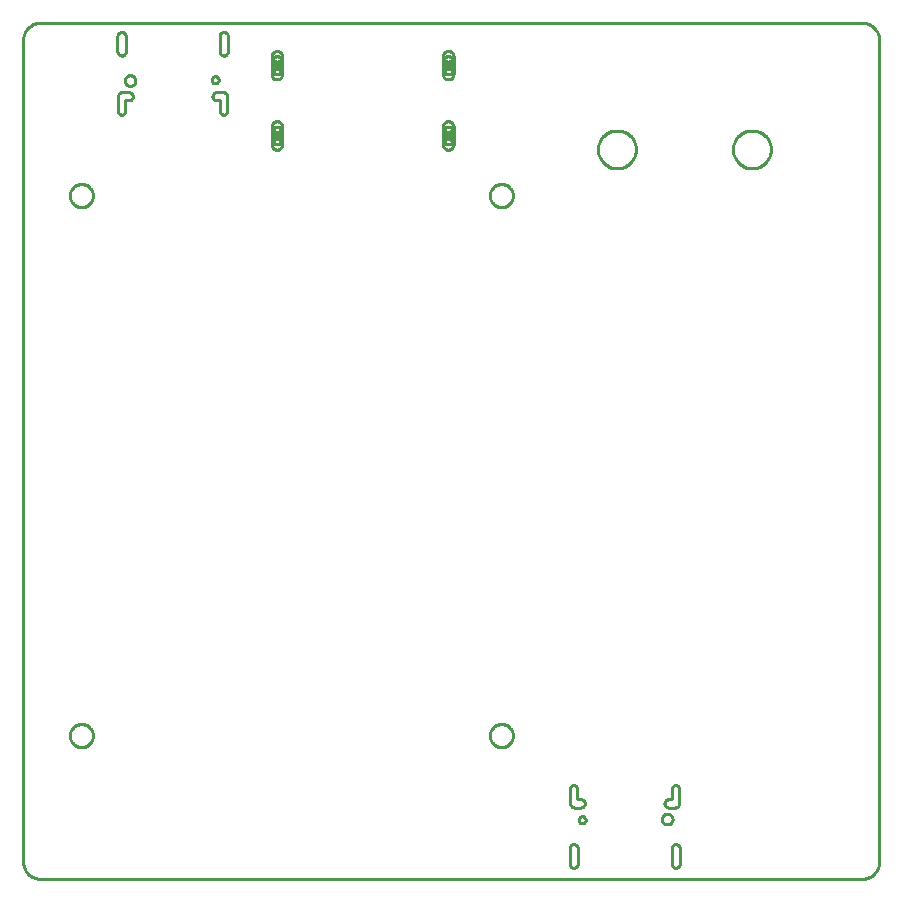
<source format=gbr>
G04 EAGLE Gerber RS-274X export*
G75*
%MOMM*%
%FSLAX34Y34*%
%LPD*%
%IN*%
%IPPOS*%
%AMOC8*
5,1,8,0,0,1.08239X$1,22.5*%
G01*
%ADD10C,0.254000*%


D10*
X0Y15000D02*
X57Y13693D01*
X228Y12395D01*
X511Y11118D01*
X905Y9870D01*
X1405Y8661D01*
X2010Y7500D01*
X2713Y6396D01*
X3509Y5358D01*
X4393Y4393D01*
X5358Y3509D01*
X6396Y2713D01*
X7500Y2010D01*
X8661Y1405D01*
X9870Y905D01*
X11118Y511D01*
X12395Y228D01*
X13693Y57D01*
X15000Y0D01*
X710000Y0D01*
X711307Y57D01*
X712605Y228D01*
X713882Y511D01*
X715130Y905D01*
X716339Y1405D01*
X717500Y2010D01*
X718604Y2713D01*
X719642Y3509D01*
X720607Y4393D01*
X721491Y5358D01*
X722287Y6396D01*
X722990Y7500D01*
X723595Y8661D01*
X724095Y9870D01*
X724489Y11118D01*
X724772Y12395D01*
X724943Y13693D01*
X725000Y15000D01*
X725000Y710000D01*
X724943Y711307D01*
X724772Y712605D01*
X724489Y713882D01*
X724095Y715130D01*
X723595Y716339D01*
X722990Y717500D01*
X722287Y718604D01*
X721491Y719642D01*
X720607Y720607D01*
X719642Y721491D01*
X718604Y722287D01*
X717500Y722990D01*
X716339Y723595D01*
X715130Y724095D01*
X713882Y724489D01*
X712605Y724772D01*
X711307Y724943D01*
X710000Y725000D01*
X15000Y725000D01*
X13693Y724943D01*
X12395Y724772D01*
X11118Y724489D01*
X9870Y724095D01*
X8661Y723595D01*
X7500Y722990D01*
X6396Y722287D01*
X5358Y721491D01*
X4393Y720607D01*
X3509Y719642D01*
X2713Y718604D01*
X2010Y717500D01*
X1405Y716339D01*
X905Y715130D01*
X511Y713882D01*
X228Y712605D01*
X57Y711307D01*
X0Y710000D01*
X0Y15000D01*
X463230Y64020D02*
X463243Y63715D01*
X463283Y63412D01*
X463349Y63114D01*
X463441Y62823D01*
X463558Y62541D01*
X463699Y62270D01*
X463863Y62012D01*
X464049Y61770D01*
X464255Y61545D01*
X464480Y61339D01*
X464722Y61153D01*
X464980Y60989D01*
X465251Y60848D01*
X465533Y60731D01*
X465824Y60639D01*
X466122Y60573D01*
X466425Y60533D01*
X466730Y60520D01*
X472230Y60520D01*
X472535Y60533D01*
X472838Y60573D01*
X473136Y60639D01*
X473427Y60731D01*
X473709Y60848D01*
X473980Y60989D01*
X474238Y61153D01*
X474480Y61339D01*
X474705Y61545D01*
X474911Y61770D01*
X475097Y62012D01*
X475261Y62270D01*
X475402Y62541D01*
X475519Y62823D01*
X475611Y63114D01*
X475677Y63412D01*
X475717Y63715D01*
X475730Y64020D01*
X475717Y64325D01*
X475677Y64628D01*
X475611Y64926D01*
X475519Y65217D01*
X475402Y65499D01*
X475261Y65770D01*
X475097Y66028D01*
X474911Y66270D01*
X474705Y66495D01*
X474480Y66701D01*
X474238Y66887D01*
X473980Y67051D01*
X473709Y67192D01*
X473427Y67309D01*
X473136Y67401D01*
X472838Y67467D01*
X472535Y67507D01*
X472230Y67520D01*
X469230Y67520D01*
X469230Y76520D01*
X469219Y76781D01*
X469184Y77041D01*
X469128Y77296D01*
X469049Y77546D01*
X468949Y77788D01*
X468828Y78020D01*
X468687Y78241D01*
X468528Y78448D01*
X468351Y78641D01*
X468158Y78818D01*
X467951Y78977D01*
X467730Y79118D01*
X467498Y79239D01*
X467256Y79339D01*
X467006Y79418D01*
X466751Y79474D01*
X466491Y79509D01*
X466230Y79520D01*
X465969Y79509D01*
X465709Y79474D01*
X465454Y79418D01*
X465204Y79339D01*
X464962Y79239D01*
X464730Y79118D01*
X464509Y78977D01*
X464302Y78818D01*
X464109Y78641D01*
X463932Y78448D01*
X463773Y78241D01*
X463632Y78020D01*
X463511Y77788D01*
X463411Y77546D01*
X463332Y77296D01*
X463276Y77041D01*
X463241Y76781D01*
X463230Y76520D01*
X463230Y64020D01*
X462730Y13020D02*
X462743Y12715D01*
X462783Y12412D01*
X462849Y12114D01*
X462941Y11823D01*
X463058Y11541D01*
X463199Y11270D01*
X463363Y11012D01*
X463549Y10770D01*
X463755Y10545D01*
X463980Y10339D01*
X464222Y10153D01*
X464480Y9989D01*
X464751Y9848D01*
X465033Y9731D01*
X465324Y9639D01*
X465622Y9573D01*
X465925Y9533D01*
X466230Y9520D01*
X466535Y9533D01*
X466838Y9573D01*
X467136Y9639D01*
X467427Y9731D01*
X467709Y9848D01*
X467980Y9989D01*
X468238Y10153D01*
X468480Y10339D01*
X468705Y10545D01*
X468911Y10770D01*
X469097Y11012D01*
X469261Y11270D01*
X469402Y11541D01*
X469519Y11823D01*
X469611Y12114D01*
X469677Y12412D01*
X469717Y12715D01*
X469730Y13020D01*
X469730Y26020D01*
X469717Y26325D01*
X469677Y26628D01*
X469611Y26926D01*
X469519Y27217D01*
X469402Y27499D01*
X469261Y27770D01*
X469097Y28028D01*
X468911Y28270D01*
X468705Y28495D01*
X468480Y28701D01*
X468238Y28887D01*
X467980Y29051D01*
X467709Y29192D01*
X467427Y29309D01*
X467136Y29401D01*
X466838Y29467D01*
X466535Y29507D01*
X466230Y29520D01*
X465925Y29507D01*
X465622Y29467D01*
X465324Y29401D01*
X465033Y29309D01*
X464751Y29192D01*
X464480Y29051D01*
X464222Y28887D01*
X463980Y28701D01*
X463755Y28495D01*
X463549Y28270D01*
X463363Y28028D01*
X463199Y27770D01*
X463058Y27499D01*
X462941Y27217D01*
X462849Y26926D01*
X462783Y26628D01*
X462743Y26325D01*
X462730Y26020D01*
X462730Y13020D01*
X549130Y13020D02*
X549143Y12715D01*
X549183Y12412D01*
X549249Y12114D01*
X549341Y11823D01*
X549458Y11541D01*
X549599Y11270D01*
X549763Y11012D01*
X549949Y10770D01*
X550155Y10545D01*
X550380Y10339D01*
X550622Y10153D01*
X550880Y9989D01*
X551151Y9848D01*
X551433Y9731D01*
X551724Y9639D01*
X552022Y9573D01*
X552325Y9533D01*
X552630Y9520D01*
X552935Y9533D01*
X553238Y9573D01*
X553536Y9639D01*
X553827Y9731D01*
X554109Y9848D01*
X554380Y9989D01*
X554638Y10153D01*
X554880Y10339D01*
X555105Y10545D01*
X555311Y10770D01*
X555497Y11012D01*
X555661Y11270D01*
X555802Y11541D01*
X555919Y11823D01*
X556011Y12114D01*
X556077Y12412D01*
X556117Y12715D01*
X556130Y13020D01*
X556130Y26020D01*
X556117Y26325D01*
X556077Y26628D01*
X556011Y26926D01*
X555919Y27217D01*
X555802Y27499D01*
X555661Y27770D01*
X555497Y28028D01*
X555311Y28270D01*
X555105Y28495D01*
X554880Y28701D01*
X554638Y28887D01*
X554380Y29051D01*
X554109Y29192D01*
X553827Y29309D01*
X553536Y29401D01*
X553238Y29467D01*
X552935Y29507D01*
X552630Y29520D01*
X552325Y29507D01*
X552022Y29467D01*
X551724Y29401D01*
X551433Y29309D01*
X551151Y29192D01*
X550880Y29051D01*
X550622Y28887D01*
X550380Y28701D01*
X550155Y28495D01*
X549949Y28270D01*
X549763Y28028D01*
X549599Y27770D01*
X549458Y27499D01*
X549341Y27217D01*
X549249Y26926D01*
X549183Y26628D01*
X549143Y26325D01*
X549130Y26020D01*
X549130Y13020D01*
X543130Y64020D02*
X543143Y63715D01*
X543183Y63412D01*
X543249Y63114D01*
X543341Y62823D01*
X543458Y62541D01*
X543599Y62270D01*
X543763Y62012D01*
X543949Y61770D01*
X544155Y61545D01*
X544380Y61339D01*
X544622Y61153D01*
X544880Y60989D01*
X545151Y60848D01*
X545433Y60731D01*
X545724Y60639D01*
X546022Y60573D01*
X546325Y60533D01*
X546630Y60520D01*
X552130Y60520D01*
X552435Y60533D01*
X552738Y60573D01*
X553036Y60639D01*
X553327Y60731D01*
X553609Y60848D01*
X553880Y60989D01*
X554138Y61153D01*
X554380Y61339D01*
X554605Y61545D01*
X554811Y61770D01*
X554997Y62012D01*
X555161Y62270D01*
X555302Y62541D01*
X555419Y62823D01*
X555511Y63114D01*
X555577Y63412D01*
X555617Y63715D01*
X555630Y64020D01*
X555630Y76520D01*
X555619Y76781D01*
X555584Y77041D01*
X555528Y77296D01*
X555449Y77546D01*
X555349Y77788D01*
X555228Y78020D01*
X555087Y78241D01*
X554928Y78448D01*
X554751Y78641D01*
X554558Y78818D01*
X554351Y78977D01*
X554130Y79118D01*
X553898Y79239D01*
X553656Y79339D01*
X553406Y79418D01*
X553151Y79474D01*
X552891Y79509D01*
X552630Y79520D01*
X552369Y79509D01*
X552109Y79474D01*
X551854Y79418D01*
X551604Y79339D01*
X551362Y79239D01*
X551130Y79118D01*
X550909Y78977D01*
X550702Y78818D01*
X550509Y78641D01*
X550332Y78448D01*
X550173Y78241D01*
X550032Y78020D01*
X549911Y77788D01*
X549811Y77546D01*
X549732Y77296D01*
X549676Y77041D01*
X549641Y76781D01*
X549630Y76520D01*
X549630Y67520D01*
X546630Y67520D01*
X546325Y67507D01*
X546022Y67467D01*
X545724Y67401D01*
X545433Y67309D01*
X545151Y67192D01*
X544880Y67051D01*
X544622Y66887D01*
X544380Y66701D01*
X544155Y66495D01*
X543949Y66270D01*
X543763Y66028D01*
X543599Y65770D01*
X543458Y65499D01*
X543341Y65217D01*
X543249Y64926D01*
X543183Y64628D01*
X543143Y64325D01*
X543130Y64020D01*
X355500Y621996D02*
X355513Y621608D01*
X355559Y621223D01*
X355639Y620843D01*
X355751Y620471D01*
X355896Y620111D01*
X356071Y619764D01*
X356276Y619435D01*
X356509Y619124D01*
X356768Y618835D01*
X357051Y618569D01*
X357357Y618329D01*
X357682Y618117D01*
X358024Y617934D01*
X358381Y617781D01*
X358750Y617661D01*
X359128Y617572D01*
X359512Y617517D01*
X359900Y617496D01*
X360297Y617509D01*
X360691Y617556D01*
X361079Y617638D01*
X361459Y617753D01*
X361828Y617901D01*
X362182Y618081D01*
X362519Y618290D01*
X362836Y618528D01*
X363132Y618793D01*
X363403Y619083D01*
X363648Y619395D01*
X363865Y619728D01*
X364053Y620078D01*
X364209Y620443D01*
X364332Y620820D01*
X364422Y621207D01*
X364478Y621600D01*
X364500Y621996D01*
X364500Y636496D01*
X364522Y636894D01*
X364509Y637293D01*
X364461Y637689D01*
X364380Y638079D01*
X364264Y638461D01*
X364115Y638831D01*
X363935Y639187D01*
X363725Y639526D01*
X363486Y639845D01*
X363219Y640142D01*
X362928Y640415D01*
X362615Y640661D01*
X362281Y640880D01*
X361929Y641068D01*
X361562Y641225D01*
X361183Y641349D01*
X360795Y641439D01*
X360400Y641496D01*
X360010Y641518D01*
X359620Y641507D01*
X359233Y641461D01*
X358851Y641382D01*
X358477Y641269D01*
X358115Y641125D01*
X357766Y640949D01*
X357434Y640744D01*
X357122Y640511D01*
X356830Y640251D01*
X356563Y639967D01*
X356321Y639661D01*
X356107Y639335D01*
X355922Y638991D01*
X355768Y638632D01*
X355646Y638262D01*
X355556Y637882D01*
X355500Y637496D01*
X355500Y621996D01*
X210500Y681496D02*
X210513Y681108D01*
X210559Y680723D01*
X210639Y680343D01*
X210751Y679971D01*
X210896Y679611D01*
X211071Y679264D01*
X211276Y678935D01*
X211509Y678624D01*
X211768Y678335D01*
X212051Y678069D01*
X212357Y677829D01*
X212682Y677617D01*
X213024Y677434D01*
X213381Y677281D01*
X213750Y677161D01*
X214128Y677072D01*
X214512Y677017D01*
X214900Y676996D01*
X215297Y677009D01*
X215691Y677056D01*
X216079Y677138D01*
X216459Y677253D01*
X216828Y677401D01*
X217182Y677581D01*
X217519Y677790D01*
X217836Y678028D01*
X218132Y678293D01*
X218403Y678583D01*
X218648Y678895D01*
X218865Y679228D01*
X219053Y679578D01*
X219209Y679943D01*
X219332Y680320D01*
X219422Y680707D01*
X219478Y681100D01*
X219500Y681496D01*
X219500Y695996D01*
X219522Y696394D01*
X219509Y696793D01*
X219461Y697189D01*
X219380Y697579D01*
X219264Y697961D01*
X219115Y698331D01*
X218935Y698687D01*
X218725Y699026D01*
X218486Y699345D01*
X218219Y699642D01*
X217928Y699915D01*
X217615Y700161D01*
X217281Y700380D01*
X216929Y700568D01*
X216562Y700725D01*
X216183Y700849D01*
X215795Y700939D01*
X215400Y700996D01*
X215010Y701018D01*
X214620Y701007D01*
X214233Y700961D01*
X213851Y700882D01*
X213477Y700769D01*
X213115Y700625D01*
X212766Y700449D01*
X212434Y700244D01*
X212122Y700011D01*
X211830Y699751D01*
X211563Y699467D01*
X211321Y699161D01*
X211107Y698835D01*
X210922Y698491D01*
X210768Y698132D01*
X210646Y697762D01*
X210556Y697382D01*
X210500Y696996D01*
X210500Y681496D01*
X80000Y700650D02*
X80013Y700345D01*
X80053Y700042D01*
X80119Y699744D01*
X80211Y699453D01*
X80328Y699171D01*
X80469Y698900D01*
X80633Y698642D01*
X80819Y698400D01*
X81025Y698175D01*
X81250Y697969D01*
X81492Y697783D01*
X81750Y697619D01*
X82021Y697478D01*
X82303Y697361D01*
X82594Y697269D01*
X82892Y697203D01*
X83195Y697163D01*
X83500Y697150D01*
X83805Y697163D01*
X84108Y697203D01*
X84406Y697269D01*
X84697Y697361D01*
X84979Y697478D01*
X85250Y697619D01*
X85508Y697783D01*
X85750Y697969D01*
X85975Y698175D01*
X86181Y698400D01*
X86367Y698642D01*
X86531Y698900D01*
X86672Y699171D01*
X86789Y699453D01*
X86881Y699744D01*
X86947Y700042D01*
X86987Y700345D01*
X87000Y700650D01*
X87000Y713650D01*
X86987Y713955D01*
X86947Y714258D01*
X86881Y714556D01*
X86789Y714847D01*
X86672Y715129D01*
X86531Y715400D01*
X86367Y715658D01*
X86181Y715900D01*
X85975Y716125D01*
X85750Y716331D01*
X85508Y716517D01*
X85250Y716681D01*
X84979Y716822D01*
X84697Y716939D01*
X84406Y717031D01*
X84108Y717097D01*
X83805Y717137D01*
X83500Y717150D01*
X83195Y717137D01*
X82892Y717097D01*
X82594Y717031D01*
X82303Y716939D01*
X82021Y716822D01*
X81750Y716681D01*
X81492Y716517D01*
X81250Y716331D01*
X81025Y716125D01*
X80819Y715900D01*
X80633Y715658D01*
X80469Y715400D01*
X80328Y715129D01*
X80211Y714847D01*
X80119Y714556D01*
X80053Y714258D01*
X80013Y713955D01*
X80000Y713650D01*
X80000Y700650D01*
X166400Y700650D02*
X166413Y700345D01*
X166453Y700042D01*
X166519Y699744D01*
X166611Y699453D01*
X166728Y699171D01*
X166869Y698900D01*
X167033Y698642D01*
X167219Y698400D01*
X167425Y698175D01*
X167650Y697969D01*
X167892Y697783D01*
X168150Y697619D01*
X168421Y697478D01*
X168703Y697361D01*
X168994Y697269D01*
X169292Y697203D01*
X169595Y697163D01*
X169900Y697150D01*
X170205Y697163D01*
X170508Y697203D01*
X170806Y697269D01*
X171097Y697361D01*
X171379Y697478D01*
X171650Y697619D01*
X171908Y697783D01*
X172150Y697969D01*
X172375Y698175D01*
X172581Y698400D01*
X172767Y698642D01*
X172931Y698900D01*
X173072Y699171D01*
X173189Y699453D01*
X173281Y699744D01*
X173347Y700042D01*
X173387Y700345D01*
X173400Y700650D01*
X173400Y713650D01*
X173387Y713955D01*
X173347Y714258D01*
X173281Y714556D01*
X173189Y714847D01*
X173072Y715129D01*
X172931Y715400D01*
X172767Y715658D01*
X172581Y715900D01*
X172375Y716125D01*
X172150Y716331D01*
X171908Y716517D01*
X171650Y716681D01*
X171379Y716822D01*
X171097Y716939D01*
X170806Y717031D01*
X170508Y717097D01*
X170205Y717137D01*
X169900Y717150D01*
X169595Y717137D01*
X169292Y717097D01*
X168994Y717031D01*
X168703Y716939D01*
X168421Y716822D01*
X168150Y716681D01*
X167892Y716517D01*
X167650Y716331D01*
X167425Y716125D01*
X167219Y715900D01*
X167033Y715658D01*
X166869Y715400D01*
X166728Y715129D01*
X166611Y714847D01*
X166519Y714556D01*
X166453Y714258D01*
X166413Y713955D01*
X166400Y713650D01*
X166400Y700650D01*
X160400Y662650D02*
X160413Y662345D01*
X160453Y662042D01*
X160519Y661744D01*
X160611Y661453D01*
X160728Y661171D01*
X160869Y660900D01*
X161033Y660642D01*
X161219Y660400D01*
X161425Y660175D01*
X161650Y659969D01*
X161892Y659783D01*
X162150Y659619D01*
X162421Y659478D01*
X162703Y659361D01*
X162994Y659269D01*
X163292Y659203D01*
X163595Y659163D01*
X163900Y659150D01*
X166900Y659150D01*
X166900Y650150D01*
X166911Y649889D01*
X166946Y649629D01*
X167002Y649374D01*
X167081Y649124D01*
X167181Y648882D01*
X167302Y648650D01*
X167443Y648429D01*
X167602Y648222D01*
X167779Y648029D01*
X167972Y647852D01*
X168179Y647693D01*
X168400Y647552D01*
X168632Y647431D01*
X168874Y647331D01*
X169124Y647252D01*
X169379Y647196D01*
X169639Y647161D01*
X169900Y647150D01*
X170161Y647161D01*
X170421Y647196D01*
X170676Y647252D01*
X170926Y647331D01*
X171168Y647431D01*
X171400Y647552D01*
X171621Y647693D01*
X171828Y647852D01*
X172021Y648029D01*
X172198Y648222D01*
X172357Y648429D01*
X172498Y648650D01*
X172619Y648882D01*
X172719Y649124D01*
X172798Y649374D01*
X172854Y649629D01*
X172889Y649889D01*
X172900Y650150D01*
X172900Y662650D01*
X172887Y662955D01*
X172847Y663258D01*
X172781Y663556D01*
X172689Y663847D01*
X172572Y664129D01*
X172431Y664400D01*
X172267Y664658D01*
X172081Y664900D01*
X171875Y665125D01*
X171650Y665331D01*
X171408Y665517D01*
X171150Y665681D01*
X170879Y665822D01*
X170597Y665939D01*
X170306Y666031D01*
X170008Y666097D01*
X169705Y666137D01*
X169400Y666150D01*
X163900Y666150D01*
X163595Y666137D01*
X163292Y666097D01*
X162994Y666031D01*
X162703Y665939D01*
X162421Y665822D01*
X162150Y665681D01*
X161892Y665517D01*
X161650Y665331D01*
X161425Y665125D01*
X161219Y664900D01*
X161033Y664658D01*
X160869Y664400D01*
X160728Y664129D01*
X160611Y663847D01*
X160519Y663556D01*
X160453Y663258D01*
X160413Y662955D01*
X160400Y662650D01*
X80500Y650150D02*
X80511Y649889D01*
X80546Y649629D01*
X80602Y649374D01*
X80681Y649124D01*
X80781Y648882D01*
X80902Y648650D01*
X81043Y648429D01*
X81202Y648222D01*
X81379Y648029D01*
X81572Y647852D01*
X81779Y647693D01*
X82000Y647552D01*
X82232Y647431D01*
X82474Y647331D01*
X82724Y647252D01*
X82979Y647196D01*
X83239Y647161D01*
X83500Y647150D01*
X83761Y647161D01*
X84021Y647196D01*
X84276Y647252D01*
X84526Y647331D01*
X84768Y647431D01*
X85000Y647552D01*
X85221Y647693D01*
X85428Y647852D01*
X85621Y648029D01*
X85798Y648222D01*
X85957Y648429D01*
X86098Y648650D01*
X86219Y648882D01*
X86319Y649124D01*
X86398Y649374D01*
X86454Y649629D01*
X86489Y649889D01*
X86500Y650150D01*
X86500Y659150D01*
X89500Y659150D01*
X89805Y659163D01*
X90108Y659203D01*
X90406Y659269D01*
X90697Y659361D01*
X90979Y659478D01*
X91250Y659619D01*
X91508Y659783D01*
X91750Y659969D01*
X91975Y660175D01*
X92181Y660400D01*
X92367Y660642D01*
X92531Y660900D01*
X92672Y661171D01*
X92789Y661453D01*
X92881Y661744D01*
X92947Y662042D01*
X92987Y662345D01*
X93000Y662650D01*
X92987Y662955D01*
X92947Y663258D01*
X92881Y663556D01*
X92789Y663847D01*
X92672Y664129D01*
X92531Y664400D01*
X92367Y664658D01*
X92181Y664900D01*
X91975Y665125D01*
X91750Y665331D01*
X91508Y665517D01*
X91250Y665681D01*
X90979Y665822D01*
X90697Y665939D01*
X90406Y666031D01*
X90108Y666097D01*
X89805Y666137D01*
X89500Y666150D01*
X84000Y666150D01*
X83695Y666137D01*
X83392Y666097D01*
X83094Y666031D01*
X82803Y665939D01*
X82521Y665822D01*
X82250Y665681D01*
X81992Y665517D01*
X81750Y665331D01*
X81525Y665125D01*
X81319Y664900D01*
X81133Y664658D01*
X80969Y664400D01*
X80828Y664129D01*
X80711Y663847D01*
X80619Y663556D01*
X80553Y663258D01*
X80513Y662955D01*
X80500Y662650D01*
X80500Y650150D01*
X210500Y621996D02*
X210513Y621608D01*
X210559Y621223D01*
X210639Y620843D01*
X210751Y620471D01*
X210896Y620111D01*
X211071Y619764D01*
X211276Y619435D01*
X211509Y619124D01*
X211768Y618835D01*
X212051Y618569D01*
X212357Y618329D01*
X212682Y618117D01*
X213024Y617934D01*
X213381Y617781D01*
X213750Y617661D01*
X214128Y617572D01*
X214512Y617517D01*
X214900Y617496D01*
X215297Y617509D01*
X215691Y617556D01*
X216079Y617638D01*
X216459Y617753D01*
X216828Y617901D01*
X217182Y618081D01*
X217519Y618290D01*
X217836Y618528D01*
X218132Y618793D01*
X218403Y619083D01*
X218648Y619395D01*
X218865Y619728D01*
X219053Y620078D01*
X219209Y620443D01*
X219332Y620820D01*
X219422Y621207D01*
X219478Y621600D01*
X219500Y621996D01*
X219500Y636496D01*
X219522Y636894D01*
X219509Y637293D01*
X219461Y637689D01*
X219380Y638079D01*
X219264Y638461D01*
X219115Y638831D01*
X218935Y639187D01*
X218725Y639526D01*
X218486Y639845D01*
X218219Y640142D01*
X217928Y640415D01*
X217615Y640661D01*
X217281Y640880D01*
X216929Y641068D01*
X216562Y641225D01*
X216183Y641349D01*
X215795Y641439D01*
X215400Y641496D01*
X215010Y641518D01*
X214620Y641507D01*
X214233Y641461D01*
X213851Y641382D01*
X213477Y641269D01*
X213115Y641125D01*
X212766Y640949D01*
X212434Y640744D01*
X212122Y640511D01*
X211830Y640251D01*
X211563Y639967D01*
X211321Y639661D01*
X211107Y639335D01*
X210922Y638991D01*
X210768Y638632D01*
X210646Y638262D01*
X210556Y637882D01*
X210500Y637496D01*
X210500Y621996D01*
X355500Y681496D02*
X355513Y681108D01*
X355559Y680723D01*
X355639Y680343D01*
X355751Y679971D01*
X355896Y679611D01*
X356071Y679264D01*
X356276Y678935D01*
X356509Y678624D01*
X356768Y678335D01*
X357051Y678069D01*
X357357Y677829D01*
X357682Y677617D01*
X358024Y677434D01*
X358381Y677281D01*
X358750Y677161D01*
X359128Y677072D01*
X359512Y677017D01*
X359900Y676996D01*
X360297Y677009D01*
X360691Y677056D01*
X361079Y677138D01*
X361459Y677253D01*
X361828Y677401D01*
X362182Y677581D01*
X362519Y677790D01*
X362836Y678028D01*
X363132Y678293D01*
X363403Y678583D01*
X363648Y678895D01*
X363865Y679228D01*
X364053Y679578D01*
X364209Y679943D01*
X364332Y680320D01*
X364422Y680707D01*
X364478Y681100D01*
X364500Y681496D01*
X364500Y695996D01*
X364522Y696394D01*
X364509Y696793D01*
X364461Y697189D01*
X364380Y697579D01*
X364264Y697961D01*
X364115Y698331D01*
X363935Y698687D01*
X363725Y699026D01*
X363486Y699345D01*
X363219Y699642D01*
X362928Y699915D01*
X362615Y700161D01*
X362281Y700380D01*
X361929Y700568D01*
X361562Y700725D01*
X361183Y700849D01*
X360795Y700939D01*
X360400Y700996D01*
X360010Y701018D01*
X359620Y701007D01*
X359233Y700961D01*
X358851Y700882D01*
X358477Y700769D01*
X358115Y700625D01*
X357766Y700449D01*
X357434Y700244D01*
X357122Y700011D01*
X356830Y699751D01*
X356563Y699467D01*
X356321Y699161D01*
X356107Y698835D01*
X355922Y698491D01*
X355768Y698132D01*
X355646Y697762D01*
X355556Y697382D01*
X355500Y696996D01*
X355500Y681496D01*
X405426Y588350D02*
X406274Y588276D01*
X407112Y588128D01*
X407935Y587908D01*
X408735Y587616D01*
X409506Y587257D01*
X410244Y586831D01*
X410941Y586343D01*
X411593Y585795D01*
X412195Y585193D01*
X412743Y584541D01*
X413231Y583844D01*
X413657Y583106D01*
X414016Y582335D01*
X414308Y581535D01*
X414528Y580712D01*
X414676Y579874D01*
X414750Y579026D01*
X414750Y578174D01*
X414676Y577326D01*
X414528Y576488D01*
X414308Y575665D01*
X414016Y574865D01*
X413657Y574094D01*
X413231Y573356D01*
X412743Y572659D01*
X412195Y572007D01*
X411593Y571405D01*
X410941Y570857D01*
X410244Y570369D01*
X409506Y569943D01*
X408735Y569584D01*
X407935Y569292D01*
X407112Y569072D01*
X406274Y568924D01*
X405426Y568850D01*
X404574Y568850D01*
X403726Y568924D01*
X402888Y569072D01*
X402065Y569292D01*
X401265Y569584D01*
X400494Y569943D01*
X399756Y570369D01*
X399059Y570857D01*
X398407Y571405D01*
X397805Y572007D01*
X397257Y572659D01*
X396769Y573356D01*
X396343Y574094D01*
X395984Y574865D01*
X395692Y575665D01*
X395472Y576488D01*
X395324Y577326D01*
X395250Y578174D01*
X395250Y579026D01*
X395324Y579874D01*
X395472Y580712D01*
X395692Y581535D01*
X395984Y582335D01*
X396343Y583106D01*
X396769Y583844D01*
X397257Y584541D01*
X397805Y585193D01*
X398407Y585795D01*
X399059Y586343D01*
X399756Y586831D01*
X400494Y587257D01*
X401265Y587616D01*
X402065Y587908D01*
X402888Y588128D01*
X403726Y588276D01*
X404574Y588350D01*
X405426Y588350D01*
X405426Y131150D02*
X406274Y131076D01*
X407112Y130928D01*
X407935Y130708D01*
X408735Y130416D01*
X409506Y130057D01*
X410244Y129631D01*
X410941Y129143D01*
X411593Y128595D01*
X412195Y127993D01*
X412743Y127341D01*
X413231Y126644D01*
X413657Y125906D01*
X414016Y125135D01*
X414308Y124335D01*
X414528Y123512D01*
X414676Y122674D01*
X414750Y121826D01*
X414750Y120974D01*
X414676Y120126D01*
X414528Y119288D01*
X414308Y118465D01*
X414016Y117665D01*
X413657Y116894D01*
X413231Y116156D01*
X412743Y115459D01*
X412195Y114807D01*
X411593Y114205D01*
X410941Y113657D01*
X410244Y113169D01*
X409506Y112743D01*
X408735Y112384D01*
X407935Y112092D01*
X407112Y111872D01*
X406274Y111724D01*
X405426Y111650D01*
X404574Y111650D01*
X403726Y111724D01*
X402888Y111872D01*
X402065Y112092D01*
X401265Y112384D01*
X400494Y112743D01*
X399756Y113169D01*
X399059Y113657D01*
X398407Y114205D01*
X397805Y114807D01*
X397257Y115459D01*
X396769Y116156D01*
X396343Y116894D01*
X395984Y117665D01*
X395692Y118465D01*
X395472Y119288D01*
X395324Y120126D01*
X395250Y120974D01*
X395250Y121826D01*
X395324Y122674D01*
X395472Y123512D01*
X395692Y124335D01*
X395984Y125135D01*
X396343Y125906D01*
X396769Y126644D01*
X397257Y127341D01*
X397805Y127993D01*
X398407Y128595D01*
X399059Y129143D01*
X399756Y129631D01*
X400494Y130057D01*
X401265Y130416D01*
X402065Y130708D01*
X402888Y130928D01*
X403726Y131076D01*
X404574Y131150D01*
X405426Y131150D01*
X49826Y131150D02*
X50674Y131076D01*
X51512Y130928D01*
X52335Y130708D01*
X53135Y130416D01*
X53906Y130057D01*
X54644Y129631D01*
X55341Y129143D01*
X55993Y128595D01*
X56595Y127993D01*
X57143Y127341D01*
X57631Y126644D01*
X58057Y125906D01*
X58416Y125135D01*
X58708Y124335D01*
X58928Y123512D01*
X59076Y122674D01*
X59150Y121826D01*
X59150Y120974D01*
X59076Y120126D01*
X58928Y119288D01*
X58708Y118465D01*
X58416Y117665D01*
X58057Y116894D01*
X57631Y116156D01*
X57143Y115459D01*
X56595Y114807D01*
X55993Y114205D01*
X55341Y113657D01*
X54644Y113169D01*
X53906Y112743D01*
X53135Y112384D01*
X52335Y112092D01*
X51512Y111872D01*
X50674Y111724D01*
X49826Y111650D01*
X48974Y111650D01*
X48126Y111724D01*
X47288Y111872D01*
X46465Y112092D01*
X45665Y112384D01*
X44894Y112743D01*
X44156Y113169D01*
X43459Y113657D01*
X42807Y114205D01*
X42205Y114807D01*
X41657Y115459D01*
X41169Y116156D01*
X40743Y116894D01*
X40384Y117665D01*
X40092Y118465D01*
X39872Y119288D01*
X39724Y120126D01*
X39650Y120974D01*
X39650Y121826D01*
X39724Y122674D01*
X39872Y123512D01*
X40092Y124335D01*
X40384Y125135D01*
X40743Y125906D01*
X41169Y126644D01*
X41657Y127341D01*
X42205Y127993D01*
X42807Y128595D01*
X43459Y129143D01*
X44156Y129631D01*
X44894Y130057D01*
X45665Y130416D01*
X46465Y130708D01*
X47288Y130928D01*
X48126Y131076D01*
X48974Y131150D01*
X49826Y131150D01*
X49826Y588350D02*
X50674Y588276D01*
X51512Y588128D01*
X52335Y587908D01*
X53135Y587616D01*
X53906Y587257D01*
X54644Y586831D01*
X55341Y586343D01*
X55993Y585795D01*
X56595Y585193D01*
X57143Y584541D01*
X57631Y583844D01*
X58057Y583106D01*
X58416Y582335D01*
X58708Y581535D01*
X58928Y580712D01*
X59076Y579874D01*
X59150Y579026D01*
X59150Y578174D01*
X59076Y577326D01*
X58928Y576488D01*
X58708Y575665D01*
X58416Y574865D01*
X58057Y574094D01*
X57631Y573356D01*
X57143Y572659D01*
X56595Y572007D01*
X55993Y571405D01*
X55341Y570857D01*
X54644Y570369D01*
X53906Y569943D01*
X53135Y569584D01*
X52335Y569292D01*
X51512Y569072D01*
X50674Y568924D01*
X49826Y568850D01*
X48974Y568850D01*
X48126Y568924D01*
X47288Y569072D01*
X46465Y569292D01*
X45665Y569584D01*
X44894Y569943D01*
X44156Y570369D01*
X43459Y570857D01*
X42807Y571405D01*
X42205Y572007D01*
X41657Y572659D01*
X41169Y573356D01*
X40743Y574094D01*
X40384Y574865D01*
X40092Y575665D01*
X39872Y576488D01*
X39724Y577326D01*
X39650Y578174D01*
X39650Y579026D01*
X39724Y579874D01*
X39872Y580712D01*
X40092Y581535D01*
X40384Y582335D01*
X40743Y583106D01*
X41169Y583844D01*
X41657Y584541D01*
X42205Y585193D01*
X42807Y585795D01*
X43459Y586343D01*
X44156Y586831D01*
X44894Y587257D01*
X45665Y587616D01*
X46465Y587908D01*
X47288Y588128D01*
X48126Y588276D01*
X48974Y588350D01*
X49826Y588350D01*
X355500Y622291D02*
X355577Y622876D01*
X355730Y623446D01*
X355955Y623991D01*
X356250Y624501D01*
X356609Y624969D01*
X357027Y625387D01*
X357495Y625746D01*
X358005Y626041D01*
X358550Y626266D01*
X359120Y626419D01*
X359705Y626496D01*
X360295Y626496D01*
X360880Y626419D01*
X361450Y626266D01*
X361995Y626041D01*
X362505Y625746D01*
X362973Y625387D01*
X363391Y624969D01*
X363750Y624501D01*
X364045Y623991D01*
X364270Y623446D01*
X364423Y622876D01*
X364500Y622291D01*
X364500Y621701D01*
X364423Y621116D01*
X364270Y620546D01*
X364045Y620001D01*
X363750Y619491D01*
X363391Y619023D01*
X362973Y618605D01*
X362505Y618246D01*
X361995Y617951D01*
X361450Y617726D01*
X360880Y617573D01*
X360295Y617496D01*
X359705Y617496D01*
X359120Y617573D01*
X358550Y617726D01*
X358005Y617951D01*
X357495Y618246D01*
X357027Y618605D01*
X356609Y619023D01*
X356250Y619491D01*
X355955Y620001D01*
X355730Y620546D01*
X355577Y621116D01*
X355500Y621701D01*
X355500Y622291D01*
X355500Y637291D02*
X355577Y637876D01*
X355730Y638446D01*
X355955Y638991D01*
X356250Y639501D01*
X356609Y639969D01*
X357027Y640387D01*
X357495Y640746D01*
X358005Y641041D01*
X358550Y641266D01*
X359120Y641419D01*
X359705Y641496D01*
X360295Y641496D01*
X360880Y641419D01*
X361450Y641266D01*
X361995Y641041D01*
X362505Y640746D01*
X362973Y640387D01*
X363391Y639969D01*
X363750Y639501D01*
X364045Y638991D01*
X364270Y638446D01*
X364423Y637876D01*
X364500Y637291D01*
X364500Y636701D01*
X364423Y636116D01*
X364270Y635546D01*
X364045Y635001D01*
X363750Y634491D01*
X363391Y634023D01*
X362973Y633605D01*
X362505Y633246D01*
X361995Y632951D01*
X361450Y632726D01*
X360880Y632573D01*
X360295Y632496D01*
X359705Y632496D01*
X359120Y632573D01*
X358550Y632726D01*
X358005Y632951D01*
X357495Y633246D01*
X357027Y633605D01*
X356609Y634023D01*
X356250Y634491D01*
X355955Y635001D01*
X355730Y635546D01*
X355577Y636116D01*
X355500Y636701D01*
X355500Y637291D01*
X355500Y626791D02*
X355577Y627376D01*
X355730Y627946D01*
X355955Y628491D01*
X356250Y629001D01*
X356609Y629469D01*
X357027Y629887D01*
X357495Y630246D01*
X358005Y630541D01*
X358550Y630766D01*
X359120Y630919D01*
X359705Y630996D01*
X360295Y630996D01*
X360880Y630919D01*
X361450Y630766D01*
X361995Y630541D01*
X362505Y630246D01*
X362973Y629887D01*
X363391Y629469D01*
X363750Y629001D01*
X364045Y628491D01*
X364270Y627946D01*
X364423Y627376D01*
X364500Y626791D01*
X364500Y626201D01*
X364423Y625616D01*
X364270Y625046D01*
X364045Y624501D01*
X363750Y623991D01*
X363391Y623523D01*
X362973Y623105D01*
X362505Y622746D01*
X361995Y622451D01*
X361450Y622226D01*
X360880Y622073D01*
X360295Y621996D01*
X359705Y621996D01*
X359120Y622073D01*
X358550Y622226D01*
X358005Y622451D01*
X357495Y622746D01*
X357027Y623105D01*
X356609Y623523D01*
X356250Y623991D01*
X355955Y624501D01*
X355730Y625046D01*
X355577Y625616D01*
X355500Y626201D01*
X355500Y626791D01*
X355500Y632791D02*
X355577Y633376D01*
X355730Y633946D01*
X355955Y634491D01*
X356250Y635001D01*
X356609Y635469D01*
X357027Y635887D01*
X357495Y636246D01*
X358005Y636541D01*
X358550Y636766D01*
X359120Y636919D01*
X359705Y636996D01*
X360295Y636996D01*
X360880Y636919D01*
X361450Y636766D01*
X361995Y636541D01*
X362505Y636246D01*
X362973Y635887D01*
X363391Y635469D01*
X363750Y635001D01*
X364045Y634491D01*
X364270Y633946D01*
X364423Y633376D01*
X364500Y632791D01*
X364500Y632201D01*
X364423Y631616D01*
X364270Y631046D01*
X364045Y630501D01*
X363750Y629991D01*
X363391Y629523D01*
X362973Y629105D01*
X362505Y628746D01*
X361995Y628451D01*
X361450Y628226D01*
X360880Y628073D01*
X360295Y627996D01*
X359705Y627996D01*
X359120Y628073D01*
X358550Y628226D01*
X358005Y628451D01*
X357495Y628746D01*
X357027Y629105D01*
X356609Y629523D01*
X356250Y629991D01*
X355955Y630501D01*
X355730Y631046D01*
X355577Y631616D01*
X355500Y632201D01*
X355500Y632791D01*
X355500Y681791D02*
X355577Y682376D01*
X355730Y682946D01*
X355955Y683491D01*
X356250Y684001D01*
X356609Y684469D01*
X357027Y684887D01*
X357495Y685246D01*
X358005Y685541D01*
X358550Y685766D01*
X359120Y685919D01*
X359705Y685996D01*
X360295Y685996D01*
X360880Y685919D01*
X361450Y685766D01*
X361995Y685541D01*
X362505Y685246D01*
X362973Y684887D01*
X363391Y684469D01*
X363750Y684001D01*
X364045Y683491D01*
X364270Y682946D01*
X364423Y682376D01*
X364500Y681791D01*
X364500Y681201D01*
X364423Y680616D01*
X364270Y680046D01*
X364045Y679501D01*
X363750Y678991D01*
X363391Y678523D01*
X362973Y678105D01*
X362505Y677746D01*
X361995Y677451D01*
X361450Y677226D01*
X360880Y677073D01*
X360295Y676996D01*
X359705Y676996D01*
X359120Y677073D01*
X358550Y677226D01*
X358005Y677451D01*
X357495Y677746D01*
X357027Y678105D01*
X356609Y678523D01*
X356250Y678991D01*
X355955Y679501D01*
X355730Y680046D01*
X355577Y680616D01*
X355500Y681201D01*
X355500Y681791D01*
X355500Y696791D02*
X355577Y697376D01*
X355730Y697946D01*
X355955Y698491D01*
X356250Y699001D01*
X356609Y699469D01*
X357027Y699887D01*
X357495Y700246D01*
X358005Y700541D01*
X358550Y700766D01*
X359120Y700919D01*
X359705Y700996D01*
X360295Y700996D01*
X360880Y700919D01*
X361450Y700766D01*
X361995Y700541D01*
X362505Y700246D01*
X362973Y699887D01*
X363391Y699469D01*
X363750Y699001D01*
X364045Y698491D01*
X364270Y697946D01*
X364423Y697376D01*
X364500Y696791D01*
X364500Y696201D01*
X364423Y695616D01*
X364270Y695046D01*
X364045Y694501D01*
X363750Y693991D01*
X363391Y693523D01*
X362973Y693105D01*
X362505Y692746D01*
X361995Y692451D01*
X361450Y692226D01*
X360880Y692073D01*
X360295Y691996D01*
X359705Y691996D01*
X359120Y692073D01*
X358550Y692226D01*
X358005Y692451D01*
X357495Y692746D01*
X357027Y693105D01*
X356609Y693523D01*
X356250Y693991D01*
X355955Y694501D01*
X355730Y695046D01*
X355577Y695616D01*
X355500Y696201D01*
X355500Y696791D01*
X355500Y686291D02*
X355577Y686876D01*
X355730Y687446D01*
X355955Y687991D01*
X356250Y688501D01*
X356609Y688969D01*
X357027Y689387D01*
X357495Y689746D01*
X358005Y690041D01*
X358550Y690266D01*
X359120Y690419D01*
X359705Y690496D01*
X360295Y690496D01*
X360880Y690419D01*
X361450Y690266D01*
X361995Y690041D01*
X362505Y689746D01*
X362973Y689387D01*
X363391Y688969D01*
X363750Y688501D01*
X364045Y687991D01*
X364270Y687446D01*
X364423Y686876D01*
X364500Y686291D01*
X364500Y685701D01*
X364423Y685116D01*
X364270Y684546D01*
X364045Y684001D01*
X363750Y683491D01*
X363391Y683023D01*
X362973Y682605D01*
X362505Y682246D01*
X361995Y681951D01*
X361450Y681726D01*
X360880Y681573D01*
X360295Y681496D01*
X359705Y681496D01*
X359120Y681573D01*
X358550Y681726D01*
X358005Y681951D01*
X357495Y682246D01*
X357027Y682605D01*
X356609Y683023D01*
X356250Y683491D01*
X355955Y684001D01*
X355730Y684546D01*
X355577Y685116D01*
X355500Y685701D01*
X355500Y686291D01*
X355500Y692291D02*
X355577Y692876D01*
X355730Y693446D01*
X355955Y693991D01*
X356250Y694501D01*
X356609Y694969D01*
X357027Y695387D01*
X357495Y695746D01*
X358005Y696041D01*
X358550Y696266D01*
X359120Y696419D01*
X359705Y696496D01*
X360295Y696496D01*
X360880Y696419D01*
X361450Y696266D01*
X361995Y696041D01*
X362505Y695746D01*
X362973Y695387D01*
X363391Y694969D01*
X363750Y694501D01*
X364045Y693991D01*
X364270Y693446D01*
X364423Y692876D01*
X364500Y692291D01*
X364500Y691701D01*
X364423Y691116D01*
X364270Y690546D01*
X364045Y690001D01*
X363750Y689491D01*
X363391Y689023D01*
X362973Y688605D01*
X362505Y688246D01*
X361995Y687951D01*
X361450Y687726D01*
X360880Y687573D01*
X360295Y687496D01*
X359705Y687496D01*
X359120Y687573D01*
X358550Y687726D01*
X358005Y687951D01*
X357495Y688246D01*
X357027Y688605D01*
X356609Y689023D01*
X356250Y689491D01*
X355955Y690001D01*
X355730Y690546D01*
X355577Y691116D01*
X355500Y691701D01*
X355500Y692291D01*
X210500Y622291D02*
X210577Y622876D01*
X210730Y623446D01*
X210955Y623991D01*
X211250Y624501D01*
X211609Y624969D01*
X212027Y625387D01*
X212495Y625746D01*
X213005Y626041D01*
X213550Y626266D01*
X214120Y626419D01*
X214705Y626496D01*
X215295Y626496D01*
X215880Y626419D01*
X216450Y626266D01*
X216995Y626041D01*
X217505Y625746D01*
X217973Y625387D01*
X218391Y624969D01*
X218750Y624501D01*
X219045Y623991D01*
X219270Y623446D01*
X219423Y622876D01*
X219500Y622291D01*
X219500Y621701D01*
X219423Y621116D01*
X219270Y620546D01*
X219045Y620001D01*
X218750Y619491D01*
X218391Y619023D01*
X217973Y618605D01*
X217505Y618246D01*
X216995Y617951D01*
X216450Y617726D01*
X215880Y617573D01*
X215295Y617496D01*
X214705Y617496D01*
X214120Y617573D01*
X213550Y617726D01*
X213005Y617951D01*
X212495Y618246D01*
X212027Y618605D01*
X211609Y619023D01*
X211250Y619491D01*
X210955Y620001D01*
X210730Y620546D01*
X210577Y621116D01*
X210500Y621701D01*
X210500Y622291D01*
X210500Y637291D02*
X210577Y637876D01*
X210730Y638446D01*
X210955Y638991D01*
X211250Y639501D01*
X211609Y639969D01*
X212027Y640387D01*
X212495Y640746D01*
X213005Y641041D01*
X213550Y641266D01*
X214120Y641419D01*
X214705Y641496D01*
X215295Y641496D01*
X215880Y641419D01*
X216450Y641266D01*
X216995Y641041D01*
X217505Y640746D01*
X217973Y640387D01*
X218391Y639969D01*
X218750Y639501D01*
X219045Y638991D01*
X219270Y638446D01*
X219423Y637876D01*
X219500Y637291D01*
X219500Y636701D01*
X219423Y636116D01*
X219270Y635546D01*
X219045Y635001D01*
X218750Y634491D01*
X218391Y634023D01*
X217973Y633605D01*
X217505Y633246D01*
X216995Y632951D01*
X216450Y632726D01*
X215880Y632573D01*
X215295Y632496D01*
X214705Y632496D01*
X214120Y632573D01*
X213550Y632726D01*
X213005Y632951D01*
X212495Y633246D01*
X212027Y633605D01*
X211609Y634023D01*
X211250Y634491D01*
X210955Y635001D01*
X210730Y635546D01*
X210577Y636116D01*
X210500Y636701D01*
X210500Y637291D01*
X210500Y626791D02*
X210577Y627376D01*
X210730Y627946D01*
X210955Y628491D01*
X211250Y629001D01*
X211609Y629469D01*
X212027Y629887D01*
X212495Y630246D01*
X213005Y630541D01*
X213550Y630766D01*
X214120Y630919D01*
X214705Y630996D01*
X215295Y630996D01*
X215880Y630919D01*
X216450Y630766D01*
X216995Y630541D01*
X217505Y630246D01*
X217973Y629887D01*
X218391Y629469D01*
X218750Y629001D01*
X219045Y628491D01*
X219270Y627946D01*
X219423Y627376D01*
X219500Y626791D01*
X219500Y626201D01*
X219423Y625616D01*
X219270Y625046D01*
X219045Y624501D01*
X218750Y623991D01*
X218391Y623523D01*
X217973Y623105D01*
X217505Y622746D01*
X216995Y622451D01*
X216450Y622226D01*
X215880Y622073D01*
X215295Y621996D01*
X214705Y621996D01*
X214120Y622073D01*
X213550Y622226D01*
X213005Y622451D01*
X212495Y622746D01*
X212027Y623105D01*
X211609Y623523D01*
X211250Y623991D01*
X210955Y624501D01*
X210730Y625046D01*
X210577Y625616D01*
X210500Y626201D01*
X210500Y626791D01*
X210500Y632791D02*
X210577Y633376D01*
X210730Y633946D01*
X210955Y634491D01*
X211250Y635001D01*
X211609Y635469D01*
X212027Y635887D01*
X212495Y636246D01*
X213005Y636541D01*
X213550Y636766D01*
X214120Y636919D01*
X214705Y636996D01*
X215295Y636996D01*
X215880Y636919D01*
X216450Y636766D01*
X216995Y636541D01*
X217505Y636246D01*
X217973Y635887D01*
X218391Y635469D01*
X218750Y635001D01*
X219045Y634491D01*
X219270Y633946D01*
X219423Y633376D01*
X219500Y632791D01*
X219500Y632201D01*
X219423Y631616D01*
X219270Y631046D01*
X219045Y630501D01*
X218750Y629991D01*
X218391Y629523D01*
X217973Y629105D01*
X217505Y628746D01*
X216995Y628451D01*
X216450Y628226D01*
X215880Y628073D01*
X215295Y627996D01*
X214705Y627996D01*
X214120Y628073D01*
X213550Y628226D01*
X213005Y628451D01*
X212495Y628746D01*
X212027Y629105D01*
X211609Y629523D01*
X211250Y629991D01*
X210955Y630501D01*
X210730Y631046D01*
X210577Y631616D01*
X210500Y632201D01*
X210500Y632791D01*
X210500Y681791D02*
X210577Y682376D01*
X210730Y682946D01*
X210955Y683491D01*
X211250Y684001D01*
X211609Y684469D01*
X212027Y684887D01*
X212495Y685246D01*
X213005Y685541D01*
X213550Y685766D01*
X214120Y685919D01*
X214705Y685996D01*
X215295Y685996D01*
X215880Y685919D01*
X216450Y685766D01*
X216995Y685541D01*
X217505Y685246D01*
X217973Y684887D01*
X218391Y684469D01*
X218750Y684001D01*
X219045Y683491D01*
X219270Y682946D01*
X219423Y682376D01*
X219500Y681791D01*
X219500Y681201D01*
X219423Y680616D01*
X219270Y680046D01*
X219045Y679501D01*
X218750Y678991D01*
X218391Y678523D01*
X217973Y678105D01*
X217505Y677746D01*
X216995Y677451D01*
X216450Y677226D01*
X215880Y677073D01*
X215295Y676996D01*
X214705Y676996D01*
X214120Y677073D01*
X213550Y677226D01*
X213005Y677451D01*
X212495Y677746D01*
X212027Y678105D01*
X211609Y678523D01*
X211250Y678991D01*
X210955Y679501D01*
X210730Y680046D01*
X210577Y680616D01*
X210500Y681201D01*
X210500Y681791D01*
X210500Y686291D02*
X210577Y686876D01*
X210730Y687446D01*
X210955Y687991D01*
X211250Y688501D01*
X211609Y688969D01*
X212027Y689387D01*
X212495Y689746D01*
X213005Y690041D01*
X213550Y690266D01*
X214120Y690419D01*
X214705Y690496D01*
X215295Y690496D01*
X215880Y690419D01*
X216450Y690266D01*
X216995Y690041D01*
X217505Y689746D01*
X217973Y689387D01*
X218391Y688969D01*
X218750Y688501D01*
X219045Y687991D01*
X219270Y687446D01*
X219423Y686876D01*
X219500Y686291D01*
X219500Y685701D01*
X219423Y685116D01*
X219270Y684546D01*
X219045Y684001D01*
X218750Y683491D01*
X218391Y683023D01*
X217973Y682605D01*
X217505Y682246D01*
X216995Y681951D01*
X216450Y681726D01*
X215880Y681573D01*
X215295Y681496D01*
X214705Y681496D01*
X214120Y681573D01*
X213550Y681726D01*
X213005Y681951D01*
X212495Y682246D01*
X212027Y682605D01*
X211609Y683023D01*
X211250Y683491D01*
X210955Y684001D01*
X210730Y684546D01*
X210577Y685116D01*
X210500Y685701D01*
X210500Y686291D01*
X210500Y696791D02*
X210577Y697376D01*
X210730Y697946D01*
X210955Y698491D01*
X211250Y699001D01*
X211609Y699469D01*
X212027Y699887D01*
X212495Y700246D01*
X213005Y700541D01*
X213550Y700766D01*
X214120Y700919D01*
X214705Y700996D01*
X215295Y700996D01*
X215880Y700919D01*
X216450Y700766D01*
X216995Y700541D01*
X217505Y700246D01*
X217973Y699887D01*
X218391Y699469D01*
X218750Y699001D01*
X219045Y698491D01*
X219270Y697946D01*
X219423Y697376D01*
X219500Y696791D01*
X219500Y696201D01*
X219423Y695616D01*
X219270Y695046D01*
X219045Y694501D01*
X218750Y693991D01*
X218391Y693523D01*
X217973Y693105D01*
X217505Y692746D01*
X216995Y692451D01*
X216450Y692226D01*
X215880Y692073D01*
X215295Y691996D01*
X214705Y691996D01*
X214120Y692073D01*
X213550Y692226D01*
X213005Y692451D01*
X212495Y692746D01*
X212027Y693105D01*
X211609Y693523D01*
X211250Y693991D01*
X210955Y694501D01*
X210730Y695046D01*
X210577Y695616D01*
X210500Y696201D01*
X210500Y696791D01*
X210500Y692291D02*
X210577Y692876D01*
X210730Y693446D01*
X210955Y693991D01*
X211250Y694501D01*
X211609Y694969D01*
X212027Y695387D01*
X212495Y695746D01*
X213005Y696041D01*
X213550Y696266D01*
X214120Y696419D01*
X214705Y696496D01*
X215295Y696496D01*
X215880Y696419D01*
X216450Y696266D01*
X216995Y696041D01*
X217505Y695746D01*
X217973Y695387D01*
X218391Y694969D01*
X218750Y694501D01*
X219045Y693991D01*
X219270Y693446D01*
X219423Y692876D01*
X219500Y692291D01*
X219500Y691701D01*
X219423Y691116D01*
X219270Y690546D01*
X219045Y690001D01*
X218750Y689491D01*
X218391Y689023D01*
X217973Y688605D01*
X217505Y688246D01*
X216995Y687951D01*
X216450Y687726D01*
X215880Y687573D01*
X215295Y687496D01*
X214705Y687496D01*
X214120Y687573D01*
X213550Y687726D01*
X213005Y687951D01*
X212495Y688246D01*
X212027Y688605D01*
X211609Y689023D01*
X211250Y689491D01*
X210955Y690001D01*
X210730Y690546D01*
X210577Y691116D01*
X210500Y691701D01*
X210500Y692291D01*
X86200Y676295D02*
X86277Y676880D01*
X86430Y677450D01*
X86655Y677995D01*
X86950Y678505D01*
X87309Y678973D01*
X87727Y679391D01*
X88195Y679750D01*
X88705Y680045D01*
X89250Y680270D01*
X89820Y680423D01*
X90405Y680500D01*
X90995Y680500D01*
X91580Y680423D01*
X92150Y680270D01*
X92695Y680045D01*
X93205Y679750D01*
X93673Y679391D01*
X94091Y678973D01*
X94450Y678505D01*
X94745Y677995D01*
X94970Y677450D01*
X95123Y676880D01*
X95200Y676295D01*
X95200Y675705D01*
X95123Y675120D01*
X94970Y674550D01*
X94745Y674005D01*
X94450Y673495D01*
X94091Y673027D01*
X93673Y672609D01*
X93205Y672250D01*
X92695Y671955D01*
X92150Y671730D01*
X91580Y671577D01*
X90995Y671500D01*
X90405Y671500D01*
X89820Y671577D01*
X89250Y671730D01*
X88705Y671955D01*
X88195Y672250D01*
X87727Y672609D01*
X87309Y673027D01*
X86950Y673495D01*
X86655Y674005D01*
X86430Y674550D01*
X86277Y675120D01*
X86200Y675705D01*
X86200Y676295D01*
X159700Y676886D02*
X159774Y677353D01*
X159920Y677802D01*
X160134Y678222D01*
X160412Y678604D01*
X160746Y678938D01*
X161128Y679216D01*
X161548Y679430D01*
X161998Y679576D01*
X162464Y679650D01*
X162936Y679650D01*
X163403Y679576D01*
X163852Y679430D01*
X164272Y679216D01*
X164654Y678938D01*
X164988Y678604D01*
X165266Y678222D01*
X165480Y677802D01*
X165626Y677353D01*
X165700Y676886D01*
X165700Y676414D01*
X165626Y675948D01*
X165480Y675498D01*
X165266Y675078D01*
X164988Y674696D01*
X164654Y674362D01*
X164272Y674084D01*
X163852Y673870D01*
X163403Y673724D01*
X162936Y673650D01*
X162464Y673650D01*
X161998Y673724D01*
X161548Y673870D01*
X161128Y674084D01*
X160746Y674362D01*
X160412Y674696D01*
X160134Y675078D01*
X159920Y675498D01*
X159774Y675948D01*
X159700Y676414D01*
X159700Y676886D01*
X549930Y50375D02*
X549853Y49790D01*
X549700Y49220D01*
X549475Y48675D01*
X549180Y48165D01*
X548821Y47697D01*
X548403Y47279D01*
X547935Y46920D01*
X547425Y46625D01*
X546880Y46400D01*
X546310Y46247D01*
X545725Y46170D01*
X545135Y46170D01*
X544550Y46247D01*
X543980Y46400D01*
X543435Y46625D01*
X542925Y46920D01*
X542457Y47279D01*
X542039Y47697D01*
X541680Y48165D01*
X541385Y48675D01*
X541160Y49220D01*
X541007Y49790D01*
X540930Y50375D01*
X540930Y50965D01*
X541007Y51550D01*
X541160Y52120D01*
X541385Y52665D01*
X541680Y53175D01*
X542039Y53643D01*
X542457Y54061D01*
X542925Y54420D01*
X543435Y54715D01*
X543980Y54940D01*
X544550Y55093D01*
X545135Y55170D01*
X545725Y55170D01*
X546310Y55093D01*
X546880Y54940D01*
X547425Y54715D01*
X547935Y54420D01*
X548403Y54061D01*
X548821Y53643D01*
X549180Y53175D01*
X549475Y52665D01*
X549700Y52120D01*
X549853Y51550D01*
X549930Y50965D01*
X549930Y50375D01*
X476430Y49784D02*
X476356Y49318D01*
X476210Y48868D01*
X475996Y48448D01*
X475718Y48066D01*
X475384Y47732D01*
X475002Y47454D01*
X474582Y47240D01*
X474133Y47094D01*
X473666Y47020D01*
X473194Y47020D01*
X472728Y47094D01*
X472278Y47240D01*
X471858Y47454D01*
X471476Y47732D01*
X471142Y48066D01*
X470864Y48448D01*
X470650Y48868D01*
X470504Y49318D01*
X470430Y49784D01*
X470430Y50256D01*
X470504Y50723D01*
X470650Y51172D01*
X470864Y51592D01*
X471142Y51974D01*
X471476Y52308D01*
X471858Y52586D01*
X472278Y52800D01*
X472728Y52946D01*
X473194Y53020D01*
X473666Y53020D01*
X474133Y52946D01*
X474582Y52800D01*
X475002Y52586D01*
X475384Y52308D01*
X475718Y51974D01*
X475996Y51592D01*
X476210Y51172D01*
X476356Y50723D01*
X476430Y50256D01*
X476430Y49784D01*
X633152Y617204D02*
X633083Y616159D01*
X632947Y615120D01*
X632742Y614092D01*
X632471Y613080D01*
X632134Y612088D01*
X631733Y611120D01*
X631270Y610181D01*
X630746Y609273D01*
X630164Y608402D01*
X629526Y607571D01*
X628836Y606783D01*
X628095Y606042D01*
X627307Y605352D01*
X626476Y604714D01*
X625605Y604132D01*
X624697Y603608D01*
X623758Y603145D01*
X622790Y602744D01*
X621798Y602407D01*
X620786Y602136D01*
X619758Y601931D01*
X618719Y601795D01*
X617674Y601726D01*
X616626Y601726D01*
X615581Y601795D01*
X614542Y601931D01*
X613514Y602136D01*
X612502Y602407D01*
X611510Y602744D01*
X610542Y603145D01*
X609603Y603608D01*
X608695Y604132D01*
X607824Y604714D01*
X606993Y605352D01*
X606205Y606042D01*
X605464Y606783D01*
X604774Y607571D01*
X604136Y608402D01*
X603554Y609273D01*
X603030Y610181D01*
X602567Y611120D01*
X602166Y612088D01*
X601829Y613080D01*
X601558Y614092D01*
X601353Y615120D01*
X601217Y616159D01*
X601148Y617204D01*
X601148Y618252D01*
X601217Y619297D01*
X601353Y620336D01*
X601558Y621364D01*
X601829Y622376D01*
X602166Y623368D01*
X602567Y624336D01*
X603030Y625275D01*
X603554Y626183D01*
X604136Y627054D01*
X604774Y627885D01*
X605464Y628673D01*
X606205Y629414D01*
X606993Y630104D01*
X607824Y630742D01*
X608695Y631324D01*
X609603Y631848D01*
X610542Y632311D01*
X611510Y632712D01*
X612502Y633049D01*
X613514Y633320D01*
X614542Y633525D01*
X615581Y633661D01*
X616626Y633730D01*
X617674Y633730D01*
X618719Y633661D01*
X619758Y633525D01*
X620786Y633320D01*
X621798Y633049D01*
X622790Y632712D01*
X623758Y632311D01*
X624697Y631848D01*
X625605Y631324D01*
X626476Y630742D01*
X627307Y630104D01*
X628095Y629414D01*
X628836Y628673D01*
X629526Y627885D01*
X630164Y627054D01*
X630746Y626183D01*
X631270Y625275D01*
X631733Y624336D01*
X632134Y623368D01*
X632471Y622376D01*
X632742Y621364D01*
X632947Y620336D01*
X633083Y619297D01*
X633152Y618252D01*
X633152Y617204D01*
X518852Y617204D02*
X518783Y616159D01*
X518647Y615120D01*
X518442Y614092D01*
X518171Y613080D01*
X517834Y612088D01*
X517433Y611120D01*
X516970Y610181D01*
X516446Y609273D01*
X515864Y608402D01*
X515226Y607571D01*
X514536Y606783D01*
X513795Y606042D01*
X513007Y605352D01*
X512176Y604714D01*
X511305Y604132D01*
X510397Y603608D01*
X509458Y603145D01*
X508490Y602744D01*
X507498Y602407D01*
X506486Y602136D01*
X505458Y601931D01*
X504419Y601795D01*
X503374Y601726D01*
X502326Y601726D01*
X501281Y601795D01*
X500242Y601931D01*
X499214Y602136D01*
X498202Y602407D01*
X497210Y602744D01*
X496242Y603145D01*
X495303Y603608D01*
X494395Y604132D01*
X493524Y604714D01*
X492693Y605352D01*
X491905Y606042D01*
X491164Y606783D01*
X490474Y607571D01*
X489836Y608402D01*
X489254Y609273D01*
X488730Y610181D01*
X488267Y611120D01*
X487866Y612088D01*
X487529Y613080D01*
X487258Y614092D01*
X487053Y615120D01*
X486917Y616159D01*
X486848Y617204D01*
X486848Y618252D01*
X486917Y619297D01*
X487053Y620336D01*
X487258Y621364D01*
X487529Y622376D01*
X487866Y623368D01*
X488267Y624336D01*
X488730Y625275D01*
X489254Y626183D01*
X489836Y627054D01*
X490474Y627885D01*
X491164Y628673D01*
X491905Y629414D01*
X492693Y630104D01*
X493524Y630742D01*
X494395Y631324D01*
X495303Y631848D01*
X496242Y632311D01*
X497210Y632712D01*
X498202Y633049D01*
X499214Y633320D01*
X500242Y633525D01*
X501281Y633661D01*
X502326Y633730D01*
X503374Y633730D01*
X504419Y633661D01*
X505458Y633525D01*
X506486Y633320D01*
X507498Y633049D01*
X508490Y632712D01*
X509458Y632311D01*
X510397Y631848D01*
X511305Y631324D01*
X512176Y630742D01*
X513007Y630104D01*
X513795Y629414D01*
X514536Y628673D01*
X515226Y627885D01*
X515864Y627054D01*
X516446Y626183D01*
X516970Y625275D01*
X517433Y624336D01*
X517834Y623368D01*
X518171Y622376D01*
X518442Y621364D01*
X518647Y620336D01*
X518783Y619297D01*
X518852Y618252D01*
X518852Y617204D01*
M02*

</source>
